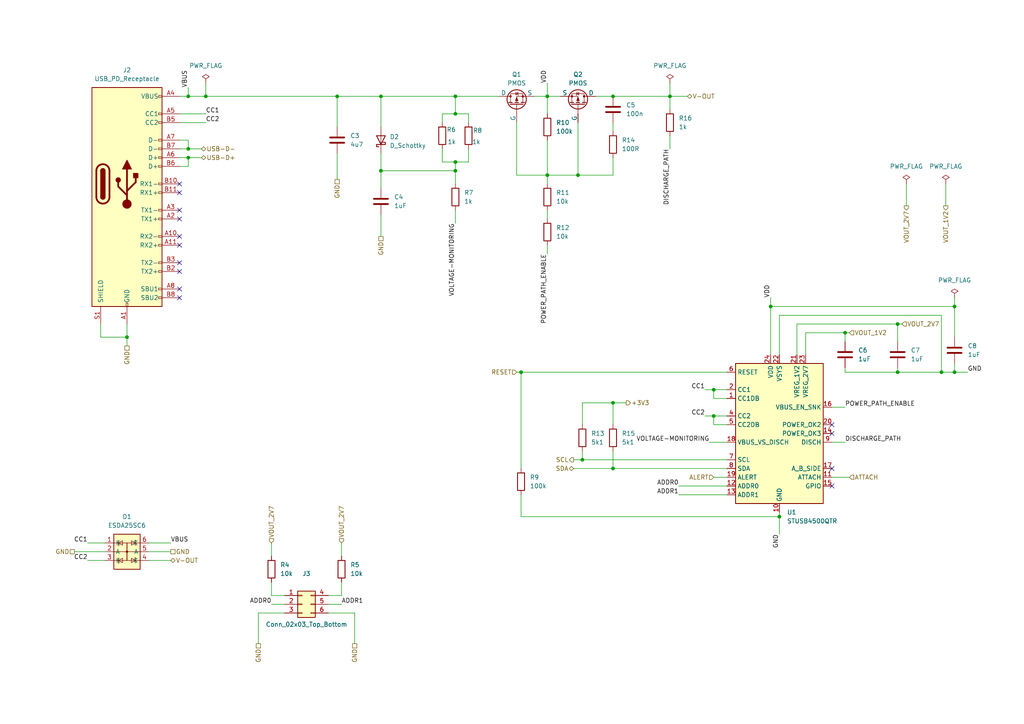
<source format=kicad_sch>
(kicad_sch (version 20231120) (generator "eeschema") (generator_version "8.0")
  (paper "A4")
  (lib_symbols
    (symbol "Connector:USB_C_Receptacle" (pin_names (offset 1.016))
      (property "Reference" "J" (at -10.16 29.21 0))
      (property "Value" "USB_C_Receptacle" (at 10.16 29.21 0))
      (symbol "USB_C_Receptacle_0_0"
        (rectangle (start -0.254 -35.56) (end 0.254 -34.544))
        (rectangle (start 10.16 -32.766) (end 9.144 -33.274))
        (rectangle (start 10.16 -30.226) (end 9.144 -30.734))
        (rectangle (start 10.16 -25.146) (end 9.144 -25.654))
        (rectangle (start 10.16 -22.606) (end 9.144 -23.114))
        (rectangle (start 10.16 -17.526) (end 9.144 -18.034))
        (rectangle (start 10.16 -14.986) (end 9.144 -15.494))
        (rectangle (start 10.16 -9.906) (end 9.144 -10.414))
        (rectangle (start 10.16 -7.366) (end 9.144 -7.874))
        (rectangle (start 10.16 -2.286) (end 9.144 -2.794))
        (rectangle (start 10.16 0.254) (end 9.144 -0.254))
        (rectangle (start 10.16 5.334) (end 9.144 4.826))
        (rectangle (start 10.16 7.874) (end 9.144 7.366))
        (rectangle (start 10.16 10.414) (end 9.144 9.906))
        (rectangle (start 10.16 12.954) (end 9.144 12.446))
        (rectangle (start 10.16 18.034) (end 9.144 17.526))
        (rectangle (start 10.16 20.574) (end 9.144 20.066))
        (rectangle (start 10.16 25.654) (end 9.144 25.146))
      )
      (symbol "USB_C_Receptacle_0_1"
        (rectangle (start -10.16 27.94) (end 10.16 -35.56) (stroke (width 0.254)) (fill (type background)))
        (arc (start -8.89 -3.81) (mid -6.985 -5.7067) (end -5.08 -3.81) (stroke (width 0.508)))
        (arc (start -7.62 -3.81) (mid -6.985 -4.4423) (end -6.35 -3.81) (stroke (width 0.254)))
        (arc (start -7.62 -3.81) (mid -6.985 -4.4423) (end -6.35 -3.81) (stroke (width 0.254)) (fill (type outline)))
        (rectangle (start -7.62 -3.81) (end -6.35 3.81) (stroke (width 0.254)) (fill (type outline)))
        (arc (start -6.35 3.81) (mid -6.985 4.4423) (end -7.62 3.81) (stroke (width 0.254)))
        (arc (start -6.35 3.81) (mid -6.985 4.4423) (end -7.62 3.81) (stroke (width 0.254)) (fill (type outline)))
        (arc (start -5.08 3.81) (mid -6.985 5.7067) (end -8.89 3.81) (stroke (width 0.508)))
        (polyline (pts (xy -8.89 -3.81) (xy -8.89 3.81)) (stroke (width 0.508)))
        (polyline (pts (xy -5.08 3.81) (xy -5.08 -3.81)) (stroke (width 0.508)))
      )
      (symbol "USB_C_Receptacle_1_1"
        (circle (center -2.54 1.143) (radius 0.635) (stroke (width 0.254)) (fill (type outline)))
        (circle (center 0 -5.842) (radius 1.27) (fill (type outline)))
        (polyline (pts (xy 0 -5.842) (xy 0 4.318)) (stroke (width 0.508)))
        (polyline (pts (xy 0 -3.302) (xy -2.54 -0.762) (xy -2.54 0.508)) (stroke (width 0.508)))
        (polyline (pts (xy 0 -2.032) (xy 2.54 0.508) (xy 2.54 1.778)) (stroke (width 0.508)))
        (polyline (pts (xy -1.27 4.318) (xy 0 6.858) (xy 1.27 4.318) (xy -1.27 4.318)) (stroke (width 0.254)) (fill (type outline)))
        (rectangle (start 1.905 1.778) (end 3.175 3.048) (stroke (width 0.254)) (fill (type outline)))
        (pin passive line (at 0 -40.64 90) (length 5.08) (name "GND") (number "A1"))
        (pin bidirectional line (at 15.24 -15.24 180) (length 5.08) (name "RX2-") (number "A10"))
        (pin bidirectional line (at 15.24 -17.78 180) (length 5.08) (name "RX2+") (number "A11"))
        (pin passive line (at 0 -40.64 90) (length 5.08) hide (name "GND") (number "A12"))
        (pin bidirectional line (at 15.24 -10.16 180) (length 5.08) (name "TX1+") (number "A2"))
        (pin bidirectional line (at 15.24 -7.62 180) (length 5.08) (name "TX1-") (number "A3"))
        (pin passive line (at 15.24 25.4 180) (length 5.08) (name "VBUS") (number "A4"))
        (pin bidirectional line (at 15.24 20.32 180) (length 5.08) (name "CC1") (number "A5"))
        (pin bidirectional line (at 15.24 7.62 180) (length 5.08) (name "D+") (number "A6"))
        (pin bidirectional line (at 15.24 12.7 180) (length 5.08) (name "D-") (number "A7"))
        (pin bidirectional line (at 15.24 -30.48 180) (length 5.08) (name "SBU1") (number "A8"))
        (pin passive line (at 15.24 25.4 180) (length 5.08) hide (name "VBUS") (number "A9"))
        (pin passive line (at 0 -40.64 90) (length 5.08) hide (name "GND") (number "B1"))
        (pin bidirectional line (at 15.24 0 180) (length 5.08) (name "RX1-") (number "B10"))
        (pin bidirectional line (at 15.24 -2.54 180) (length 5.08) (name "RX1+") (number "B11"))
        (pin passive line (at 0 -40.64 90) (length 5.08) hide (name "GND") (number "B12"))
        (pin bidirectional line (at 15.24 -25.4 180) (length 5.08) (name "TX2+") (number "B2"))
        (pin bidirectional line (at 15.24 -22.86 180) (length 5.08) (name "TX2-") (number "B3"))
        (pin passive line (at 15.24 25.4 180) (length 5.08) hide (name "VBUS") (number "B4"))
        (pin bidirectional line (at 15.24 17.78 180) (length 5.08) (name "CC2") (number "B5"))
        (pin bidirectional line (at 15.24 5.08 180) (length 5.08) (name "D+") (number "B6"))
        (pin bidirectional line (at 15.24 10.16 180) (length 5.08) (name "D-") (number "B7"))
        (pin bidirectional line (at 15.24 -33.02 180) (length 5.08) (name "SBU2") (number "B8"))
        (pin passive line (at 15.24 25.4 180) (length 5.08) hide (name "VBUS") (number "B9"))
        (pin passive line (at -7.62 -40.64 90) (length 5.08) (name "SHIELD") (number "S1"))
      )
    )
    (symbol "Connector_Generic:Conn_02x03_Top_Bottom" (pin_names (offset 1.016) hide)
      (property "Reference" "J" (at 1.27 5.08 0))
      (property "Value" "Conn_02x03_Top_Bottom" (at 1.27 -5.08 0))
      (symbol "Conn_02x03_Top_Bottom_1_1"
        (rectangle (start -1.27 -2.413) (end 0 -2.667) (stroke (width 0.1524)))
        (rectangle (start -1.27 0.127) (end 0 -0.127) (stroke (width 0.1524)))
        (rectangle (start -1.27 2.667) (end 0 2.413) (stroke (width 0.1524)))
        (rectangle (start -1.27 3.81) (end 3.81 -3.81) (stroke (width 0.254)) (fill (type background)))
        (rectangle (start 3.81 -2.413) (end 2.54 -2.667) (stroke (width 0.1524)))
        (rectangle (start 3.81 0.127) (end 2.54 -0.127) (stroke (width 0.1524)))
        (rectangle (start 3.81 2.667) (end 2.54 2.413) (stroke (width 0.1524)))
        (pin passive line (at -5.08 2.54 0) (length 3.81) (name "Pin_1") (number "1"))
        (pin passive line (at -5.08 0 0) (length 3.81) (name "Pin_2") (number "2"))
        (pin passive line (at -5.08 -2.54 0) (length 3.81) (name "Pin_3") (number "3"))
        (pin passive line (at 7.62 2.54 180) (length 3.81) (name "Pin_4") (number "4"))
        (pin passive line (at 7.62 0 180) (length 3.81) (name "Pin_5") (number "5"))
        (pin passive line (at 7.62 -2.54 180) (length 3.81) (name "Pin_6") (number "6"))
      )
    )
    (symbol "Device:C" (pin_numbers hide) (pin_names (offset 0.254))
      (property "Reference" "C" (at 0.635 2.54 0))
      (property "Value" "C" (at 0.635 -2.54 0))
      (symbol "C_0_1"
        (polyline (pts (xy -2.032 -0.762) (xy 2.032 -0.762)) (stroke (width 0.508)))
        (polyline (pts (xy -2.032 0.762) (xy 2.032 0.762)) (stroke (width 0.508)))
      )
      (symbol "C_1_1"
        (pin passive line (at 0 3.81 270) (length 2.794) (name "~") (number "1"))
        (pin passive line (at 0 -3.81 90) (length 2.794) (name "~") (number "2"))
      )
    )
    (symbol "Device:D_Schottky" (pin_numbers hide) (pin_names (offset 1.016) hide)
      (property "Reference" "D" (at 0 2.54 0))
      (property "Value" "D_Schottky" (at 0 -2.54 0))
      (symbol "D_Schottky_0_1"
        (polyline (pts (xy 1.27 0) (xy -1.27 0)))
        (polyline (pts (xy 1.27 1.27) (xy 1.27 -1.27) (xy -1.27 0) (xy 1.27 1.27)) (stroke (width 0.254)))
        (polyline (pts (xy -1.905 0.635) (xy -1.905 1.27) (xy -1.27 1.27) (xy -1.27 -1.27) (xy -0.635 -1.27) (xy -0.635 -0.635)) (stroke (width 0.254)))
      )
      (symbol "D_Schottky_1_1"
        (pin passive line (at -3.81 0 0) (length 2.54) (name "K") (number "1"))
        (pin passive line (at 3.81 0 180) (length 2.54) (name "A") (number "2"))
      )
    )
    (symbol "Device:R" (pin_numbers hide) (pin_names (offset 0))
      (property "Reference" "R" (at 2.032 0 90))
      (property "Value" "R" (at 0 0 90))
      (symbol "R_0_1"
        (rectangle (start -1.016 -2.54) (end 1.016 2.54) (stroke (width 0.254)))
      )
      (symbol "R_1_1"
        (pin passive line (at 0 3.81 270) (length 1.27) (name "~") (number "1"))
        (pin passive line (at 0 -3.81 90) (length 1.27) (name "~") (number "2"))
      )
    )
    (symbol "Interface_USB:STUSB4500QTR"
      (property "Reference" "U" (at -12.7 21.59 0))
      (property "Value" "STUSB4500QTR" (at 8.89 -21.59 0))
      (symbol "STUSB4500QTR_0_1"
        (rectangle (start -12.7 20.32) (end 12.7 -20.32) (stroke (width 0.254)) (fill (type background)))
      )
      (symbol "STUSB4500QTR_1_1"
        (pin bidirectional line (at -15.24 10.16 0) (length 2.54) (name "CC1DB") (number "1"))
        (pin power_in line (at 0 -22.86 90) (length 2.54) (name "GND") (number "10"))
        (pin open_collector line (at 15.24 -12.7 180) (length 2.54) (name "ATTACH") (number "11"))
        (pin input line (at -15.24 -15.24 0) (length 2.54) (name "ADDR0") (number "12"))
        (pin input line (at -15.24 -17.78 0) (length 2.54) (name "ADDR1") (number "13"))
        (pin open_collector line (at 15.24 0 180) (length 2.54) (name "POWER_OK3") (number "14"))
        (pin open_collector line (at 15.24 -15.24 180) (length 2.54) (name "GPIO") (number "15"))
        (pin open_collector line (at 15.24 7.62 180) (length 2.54) (name "VBUS_EN_SNK") (number "16"))
        (pin open_collector line (at 15.24 -10.16 180) (length 2.54) (name "A_B_SIDE") (number "17"))
        (pin input line (at -15.24 -2.54 0) (length 2.54) (name "VBUS_VS_DISCH") (number "18"))
        (pin open_collector line (at -15.24 -12.7 0) (length 2.54) (name "ALERT") (number "19"))
        (pin bidirectional line (at -15.24 12.7 0) (length 2.54) (name "CC1") (number "2"))
        (pin open_collector line (at 15.24 2.54 180) (length 2.54) (name "POWER_OK2") (number "20"))
        (pin power_out line (at 5.08 22.86 270) (length 2.54) (name "VREG_1V2") (number "21"))
        (pin power_in line (at 0 22.86 270) (length 2.54) (name "VSYS") (number "22"))
        (pin power_out line (at 7.62 22.86 270) (length 2.54) (name "VREG_2V7") (number "23"))
        (pin power_in line (at -2.54 22.86 270) (length 2.54) (name "VDD") (number "24"))
        (pin passive line (at 0 -22.86 90) (length 2.54) hide (name "GND") (number "25"))
        (pin no_connect line (at -12.7 15.24 0) (length 2.54) hide (name "NC") (number "3"))
        (pin bidirectional line (at -15.24 5.08 0) (length 2.54) (name "CC2") (number "4"))
        (pin bidirectional line (at -15.24 2.54 0) (length 2.54) (name "CC2DB") (number "5"))
        (pin input line (at -15.24 17.78 0) (length 2.54) (name "RESET") (number "6"))
        (pin input line (at -15.24 -7.62 0) (length 2.54) (name "SCL") (number "7"))
        (pin bidirectional line (at -15.24 -10.16 0) (length 2.54) (name "SDA") (number "8"))
        (pin bidirectional line (at 15.24 -2.54 180) (length 2.54) (name "DISCH") (number "9"))
      )
    )
    (symbol "Prj_esd:ESDA25SC6"
      (property "Reference" "D" (at 5.842 1.016 0))
      (property "Value" "ESDA25SC6" (at 9.652 -9.652 0))
      (symbol "ESDA25SC6_0_1"
        (rectangle (start -3.81 0) (end 3.81 -10.16) (stroke (width 0.254)) (fill (type background)))
        (circle (center 0 -5.08) (radius 0.254) (fill (type outline)))
        (polyline (pts (xy -3.81 -7.62) (xy -2.54 -7.62)))
        (polyline (pts (xy -3.81 -5.08) (xy 0 -5.08)))
        (polyline (pts (xy -3.81 -2.54) (xy -2.54 -2.54)))
        (polyline (pts (xy 3.81 -7.62) (xy 2.54 -7.62)))
        (polyline (pts (xy 3.81 -5.08) (xy 0 -5.08)))
        (polyline (pts (xy 3.81 -2.54) (xy 2.54 -2.54)))
        (polyline (pts (xy -2.54 -7.62) (xy -1.27 -6.985) (xy -1.27 -8.255) (xy -2.54 -7.62)))
        (polyline (pts (xy -2.54 -7.62) (xy 0 -7.62) (xy 0 -2.54) (xy -2.54 -2.54)))
        (polyline (pts (xy -2.54 -2.54) (xy -1.27 -3.175) (xy -1.27 -1.905) (xy -2.54 -2.54)))
        (polyline (pts (xy -2.286 -8.382) (xy -2.54 -8.382) (xy -2.54 -6.985) (xy -2.54 -6.858)))
        (polyline (pts (xy -2.286 -3.302) (xy -2.54 -3.302) (xy -2.54 -1.905) (xy -2.54 -1.778)))
        (polyline (pts (xy 2.286 -6.858) (xy 2.54 -6.858) (xy 2.54 -8.255) (xy 2.54 -8.382)))
        (polyline (pts (xy 2.286 -1.778) (xy 2.54 -1.778) (xy 2.54 -3.175) (xy 2.54 -3.302)))
        (polyline (pts (xy 2.54 -7.62) (xy 1.27 -6.985) (xy 1.27 -8.255) (xy 2.54 -7.62)))
        (polyline (pts (xy 2.54 -2.54) (xy 0 -2.54) (xy 0 -7.62) (xy 2.54 -7.62)))
        (polyline (pts (xy 2.54 -2.54) (xy 1.27 -3.175) (xy 1.27 -1.905) (xy 2.54 -2.54)))
      )
      (symbol "ESDA25SC6_1_0"
        (pin passive line (at -6.35 -5.08 0) (length 2.54) (name "A") (number "2"))
        (pin passive line (at 6.35 -5.08 180) (length 2.54) (name "A") (number "5"))
      )
      (symbol "ESDA25SC6_1_1"
        (pin passive line (at -6.35 -2.54 0) (length 2.54) (name "K") (number "1"))
        (pin passive line (at -6.35 -7.62 0) (length 2.54) (name "K") (number "3"))
        (pin passive line (at 6.35 -7.62 180) (length 2.54) (name "K") (number "4"))
        (pin passive line (at 6.35 -2.54 180) (length 2.54) (name "K") (number "6"))
      )
    )
    (symbol "Simulation_SPICE:PMOS" (pin_numbers hide) (pin_names (offset 0))
      (property "Reference" "Q" (at 5.08 1.27 0))
      (property "Value" "PMOS" (at 5.08 -1.27 0))
      (symbol "PMOS_0_1"
        (polyline (pts (xy 0.254 0) (xy -2.54 0)))
        (polyline (pts (xy 0.254 1.905) (xy 0.254 -1.905)) (stroke (width 0.254)))
        (polyline (pts (xy 0.762 -1.27) (xy 0.762 -2.286)) (stroke (width 0.254)))
        (polyline (pts (xy 0.762 0.508) (xy 0.762 -0.508)) (stroke (width 0.254)))
        (polyline (pts (xy 0.762 2.286) (xy 0.762 1.27)) (stroke (width 0.254)))
        (polyline (pts (xy 2.54 2.54) (xy 2.54 1.778)))
        (polyline (pts (xy 2.54 -2.54) (xy 2.54 0) (xy 0.762 0)))
        (polyline (pts (xy 0.762 1.778) (xy 3.302 1.778) (xy 3.302 -1.778) (xy 0.762 -1.778)))
        (polyline (pts (xy 2.286 0) (xy 1.27 0.381) (xy 1.27 -0.381) (xy 2.286 0)) (fill (type outline)))
        (polyline (pts (xy 2.794 -0.508) (xy 2.921 -0.381) (xy 3.683 -0.381) (xy 3.81 -0.254)))
        (polyline (pts (xy 3.302 -0.381) (xy 2.921 0.254) (xy 3.683 0.254) (xy 3.302 -0.381)))
        (circle (center 1.651 0) (radius 2.794) (stroke (width 0.254)))
        (circle (center 2.54 -1.778) (radius 0.254) (fill (type outline)))
        (circle (center 2.54 1.778) (radius 0.254) (fill (type outline)))
      )
      (symbol "PMOS_1_1"
        (pin passive line (at 2.54 5.08 270) (length 2.54) (name "D") (number "1"))
        (pin input line (at -5.08 0 0) (length 2.54) (name "G") (number "2"))
        (pin passive line (at 2.54 -5.08 90) (length 2.54) (name "S") (number "3"))
      )
    )
    (symbol "power:PWR_FLAG" (power) (pin_numbers hide) (pin_names (offset 0) hide)
      (property "Value" "PWR_FLAG" (at 0 3.81 0))
      (symbol "PWR_FLAG_0_0"
        (pin power_out line (at 0 0 90) (length 0) (name "~") (number "1"))
      )
      (symbol "PWR_FLAG_0_1"
        (polyline (pts (xy 0 0) (xy 0 1.27) (xy -1.016 1.905) (xy 0 2.54) (xy 1.016 1.905) (xy 0 1.27)))
      )
    )
  )
  (junction (at 207.01 113.03))
  (junction (at 110.49 49.53))
  (junction (at 158.75 50.8))
  (junction (at 110.49 27.94))
  (junction (at 276.86 107.95))
  (junction (at 207.01 120.65))
  (junction (at 226.06 149.86))
  (junction (at 260.35 107.95))
  (junction (at 168.91 133.35))
  (junction (at 132.08 46.99))
  (junction (at 177.8 27.94))
  (junction (at 132.08 49.53))
  (junction (at 177.8 116.84))
  (junction (at 260.35 93.98))
  (junction (at 223.52 88.9))
  (junction (at 158.75 27.94))
  (junction (at 54.61 43.18))
  (junction (at 36.83 97.79))
  (junction (at 59.69 27.94))
  (junction (at 273.05 107.95))
  (junction (at 132.08 33.02))
  (junction (at 151.13 107.95))
  (junction (at 276.86 88.9))
  (junction (at 132.08 27.94))
  (junction (at 54.61 27.94))
  (junction (at 194.31 27.94))
  (junction (at 167.64 50.8))
  (junction (at 97.79 27.94))
  (junction (at 54.61 45.72))
  (junction (at 177.8 135.89))
  (junction (at 245.11 96.52))
  (no_connect (at 52.07 55.88))
  (no_connect (at 241.3 135.89))
  (no_connect (at 52.07 83.82))
  (no_connect (at 52.07 86.36))
  (no_connect (at 241.3 125.73))
  (no_connect (at 52.07 78.74))
  (no_connect (at 241.3 140.97))
  (no_connect (at 52.07 71.12))
  (no_connect (at 52.07 60.96))
  (no_connect (at 241.3 123.19))
  (no_connect (at 52.07 63.5))
  (no_connect (at 52.07 53.34))
  (no_connect (at 52.07 76.2))
  (no_connect (at 52.07 68.58))
  (wire (pts (xy 194.31 24.13) (xy 194.31 27.94)))
  (wire (pts (xy 132.08 27.94) (xy 144.78 27.94)))
  (wire (pts (xy 102.87 186.69) (xy 102.87 177.8)))
  (wire (pts (xy 158.75 73.66) (xy 158.75 71.12)))
  (wire (pts (xy 110.49 44.45) (xy 110.49 49.53)))
  (wire (pts (xy 210.82 123.19) (xy 207.01 123.19)))
  (wire (pts (xy 223.52 88.9) (xy 223.52 102.87)))
  (wire (pts (xy 276.86 107.95) (xy 276.86 105.41)))
  (wire (pts (xy 36.83 100.33) (xy 36.83 97.79)))
  (wire (pts (xy 276.86 88.9) (xy 276.86 97.79)))
  (wire (pts (xy 59.69 24.13) (xy 59.69 27.94)))
  (wire (pts (xy 166.37 133.35) (xy 168.91 133.35)))
  (wire (pts (xy 43.18 162.56) (xy 49.53 162.56)))
  (wire (pts (xy 29.21 93.98) (xy 29.21 97.79)))
  (wire (pts (xy 128.27 46.99) (xy 132.08 46.99)))
  (wire (pts (xy 78.74 157.48) (xy 78.74 161.29)))
  (wire (pts (xy 233.68 102.87) (xy 233.68 96.52)))
  (wire (pts (xy 158.75 63.5) (xy 158.75 60.96)))
  (wire (pts (xy 78.74 175.26) (xy 82.55 175.26)))
  (wire (pts (xy 241.3 138.43) (xy 246.38 138.43)))
  (wire (pts (xy 177.8 27.94) (xy 194.31 27.94)))
  (wire (pts (xy 167.64 50.8) (xy 177.8 50.8)))
  (wire (pts (xy 158.75 27.94) (xy 162.56 27.94)))
  (wire (pts (xy 110.49 68.58) (xy 110.49 62.23)))
  (wire (pts (xy 177.8 35.56) (xy 177.8 38.1)))
  (wire (pts (xy 52.07 27.94) (xy 54.61 27.94)))
  (wire (pts (xy 260.35 93.98) (xy 261.62 93.98)))
  (wire (pts (xy 177.8 50.8) (xy 177.8 45.72)))
  (wire (pts (xy 151.13 149.86) (xy 226.06 149.86)))
  (wire (pts (xy 168.91 130.81) (xy 168.91 133.35)))
  (wire (pts (xy 233.68 96.52) (xy 245.11 96.52)))
  (wire (pts (xy 226.06 91.44) (xy 273.05 91.44)))
  (wire (pts (xy 223.52 88.9) (xy 276.86 88.9)))
  (wire (pts (xy 177.8 130.81) (xy 177.8 135.89)))
  (wire (pts (xy 135.89 43.18) (xy 135.89 46.99)))
  (wire (pts (xy 110.49 27.94) (xy 132.08 27.94)))
  (wire (pts (xy 207.01 120.65) (xy 210.82 120.65)))
  (wire (pts (xy 177.8 116.84) (xy 168.91 116.84)))
  (wire (pts (xy 245.11 96.52) (xy 245.11 99.06)))
  (wire (pts (xy 273.05 91.44) (xy 273.05 107.95)))
  (wire (pts (xy 30.48 160.02) (xy 21.59 160.02)))
  (wire (pts (xy 99.06 157.48) (xy 99.06 161.29)))
  (wire (pts (xy 151.13 107.95) (xy 210.82 107.95)))
  (wire (pts (xy 102.87 177.8) (xy 95.25 177.8)))
  (wire (pts (xy 245.11 106.68) (xy 245.11 107.95)))
  (wire (pts (xy 168.91 133.35) (xy 210.82 133.35)))
  (wire (pts (xy 29.21 97.79) (xy 36.83 97.79)))
  (wire (pts (xy 205.74 128.27) (xy 210.82 128.27)))
  (wire (pts (xy 280.67 107.95) (xy 276.86 107.95)))
  (wire (pts (xy 43.18 160.02) (xy 49.53 160.02)))
  (wire (pts (xy 149.86 50.8) (xy 158.75 50.8)))
  (wire (pts (xy 54.61 27.94) (xy 59.69 27.94)))
  (wire (pts (xy 226.06 149.86) (xy 226.06 154.94)))
  (wire (pts (xy 276.86 107.95) (xy 273.05 107.95)))
  (wire (pts (xy 135.89 33.02) (xy 132.08 33.02)))
  (wire (pts (xy 231.14 93.98) (xy 260.35 93.98)))
  (wire (pts (xy 151.13 135.89) (xy 151.13 107.95)))
  (wire (pts (xy 58.42 45.72) (xy 54.61 45.72)))
  (wire (pts (xy 54.61 45.72) (xy 52.07 45.72)))
  (wire (pts (xy 177.8 116.84) (xy 177.8 123.19)))
  (wire (pts (xy 207.01 123.19) (xy 207.01 120.65)))
  (wire (pts (xy 177.8 135.89) (xy 210.82 135.89)))
  (wire (pts (xy 154.94 27.94) (xy 158.75 27.94)))
  (wire (pts (xy 99.06 175.26) (xy 95.25 175.26)))
  (wire (pts (xy 194.31 27.94) (xy 199.39 27.94)))
  (wire (pts (xy 132.08 46.99) (xy 135.89 46.99)))
  (wire (pts (xy 74.93 177.8) (xy 74.93 186.69)))
  (wire (pts (xy 210.82 143.51) (xy 196.85 143.51)))
  (wire (pts (xy 132.08 46.99) (xy 132.08 49.53)))
  (wire (pts (xy 194.31 31.75) (xy 194.31 27.94)))
  (wire (pts (xy 95.25 172.72) (xy 99.06 172.72)))
  (wire (pts (xy 128.27 43.18) (xy 128.27 46.99)))
  (wire (pts (xy 260.35 107.95) (xy 273.05 107.95)))
  (wire (pts (xy 151.13 143.51) (xy 151.13 149.86)))
  (wire (pts (xy 25.4 162.56) (xy 30.48 162.56)))
  (wire (pts (xy 97.79 27.94) (xy 110.49 27.94)))
  (wire (pts (xy 181.61 116.84) (xy 177.8 116.84)))
  (wire (pts (xy 128.27 33.02) (xy 132.08 33.02)))
  (wire (pts (xy 82.55 177.8) (xy 74.93 177.8)))
  (wire (pts (xy 149.86 107.95) (xy 151.13 107.95)))
  (wire (pts (xy 132.08 27.94) (xy 132.08 33.02)))
  (wire (pts (xy 168.91 116.84) (xy 168.91 123.19)))
  (wire (pts (xy 158.75 50.8) (xy 158.75 53.34)))
  (wire (pts (xy 110.49 27.94) (xy 110.49 36.83)))
  (wire (pts (xy 52.07 35.56) (xy 59.69 35.56)))
  (wire (pts (xy 207.01 138.43) (xy 210.82 138.43)))
  (wire (pts (xy 36.83 97.79) (xy 36.83 93.98)))
  (wire (pts (xy 226.06 102.87) (xy 226.06 91.44)))
  (wire (pts (xy 241.3 128.27) (xy 245.11 128.27)))
  (wire (pts (xy 262.89 53.34) (xy 262.89 59.69)))
  (wire (pts (xy 97.79 44.45) (xy 97.79 52.07)))
  (wire (pts (xy 128.27 35.56) (xy 128.27 33.02)))
  (wire (pts (xy 245.11 107.95) (xy 260.35 107.95)))
  (wire (pts (xy 59.69 27.94) (xy 97.79 27.94)))
  (wire (pts (xy 167.64 50.8) (xy 167.64 35.56)))
  (wire (pts (xy 207.01 113.03) (xy 210.82 113.03)))
  (wire (pts (xy 210.82 115.57) (xy 207.01 115.57)))
  (wire (pts (xy 52.07 48.26) (xy 54.61 48.26)))
  (wire (pts (xy 231.14 93.98) (xy 231.14 102.87)))
  (wire (pts (xy 223.52 86.36) (xy 223.52 88.9)))
  (wire (pts (xy 132.08 60.96) (xy 132.08 64.77)))
  (wire (pts (xy 274.32 53.34) (xy 274.32 59.69)))
  (wire (pts (xy 158.75 50.8) (xy 167.64 50.8)))
  (wire (pts (xy 158.75 27.94) (xy 158.75 33.02)))
  (wire (pts (xy 58.42 43.18) (xy 54.61 43.18)))
  (wire (pts (xy 276.86 86.36) (xy 276.86 88.9)))
  (wire (pts (xy 54.61 43.18) (xy 52.07 43.18)))
  (wire (pts (xy 82.55 172.72) (xy 78.74 172.72)))
  (wire (pts (xy 110.49 49.53) (xy 132.08 49.53)))
  (wire (pts (xy 25.4 157.48) (xy 30.48 157.48)))
  (wire (pts (xy 97.79 27.94) (xy 97.79 36.83)))
  (wire (pts (xy 49.53 157.48) (xy 43.18 157.48)))
  (wire (pts (xy 54.61 48.26) (xy 54.61 45.72)))
  (wire (pts (xy 226.06 148.59) (xy 226.06 149.86)))
  (wire (pts (xy 78.74 172.72) (xy 78.74 168.91)))
  (wire (pts (xy 204.47 120.65) (xy 207.01 120.65)))
  (wire (pts (xy 204.47 113.03) (xy 207.01 113.03)))
  (wire (pts (xy 245.11 118.11) (xy 241.3 118.11)))
  (wire (pts (xy 207.01 115.57) (xy 207.01 113.03)))
  (wire (pts (xy 99.06 172.72) (xy 99.06 168.91)))
  (wire (pts (xy 166.37 135.89) (xy 177.8 135.89)))
  (wire (pts (xy 260.35 106.68) (xy 260.35 107.95)))
  (wire (pts (xy 149.86 35.56) (xy 149.86 50.8)))
  (wire (pts (xy 52.07 33.02) (xy 59.69 33.02)))
  (wire (pts (xy 245.11 96.52) (xy 246.38 96.52)))
  (wire (pts (xy 52.07 40.64) (xy 54.61 40.64)))
  (wire (pts (xy 135.89 35.56) (xy 135.89 33.02)))
  (wire (pts (xy 196.85 140.97) (xy 210.82 140.97)))
  (wire (pts (xy 110.49 54.61) (xy 110.49 49.53)))
  (wire (pts (xy 194.31 43.18) (xy 194.31 39.37)))
  (wire (pts (xy 54.61 27.94) (xy 54.61 25.4)))
  (wire (pts (xy 172.72 27.94) (xy 177.8 27.94)))
  (wire (pts (xy 132.08 49.53) (xy 132.08 53.34)))
  (wire (pts (xy 158.75 40.64) (xy 158.75 50.8)))
  (wire (pts (xy 54.61 40.64) (xy 54.61 43.18)))
  (wire (pts (xy 260.35 99.06) (xy 260.35 93.98)))
  (wire (pts (xy 158.75 24.13) (xy 158.75 27.94)))
  (label "CC2" (at 59.69 35.56 0))
  (label "CC1" (at 204.47 113.03 180))
  (label "VOLTAGE-MONITORING" (at 205.74 128.27 180))
  (label "ADDR0" (at 78.74 175.26 180))
  (label "DISCHARGE_PATH" (at 245.11 128.27 0))
  (label "ADDR1" (at 196.85 143.51 180))
  (label "CC2" (at 204.47 120.65 180))
  (label "CC1" (at 25.4 157.48 180))
  (label "CC1" (at 59.69 33.02 0))
  (label "CC2" (at 25.4 162.56 180))
  (label "VDD" (at 223.52 86.36 90))
  (label "VBUS" (at 49.53 157.48 0))
  (label "VDD" (at 158.75 24.13 90))
  (label "GND" (at 280.67 107.95 0))
  (label "VBUS" (at 54.61 25.4 90))
  (label "POWER_PATH_ENABLE" (at 245.11 118.11 0))
  (label "ADDR1" (at 99.06 175.26 0))
  (label "DISCHARGE_PATH" (at 194.31 43.18 270))
  (label "VOLTAGE-MONITORING" (at 132.08 64.77 270))
  (label "POWER_PATH_ENABLE" (at 158.75 73.66 270))
  (label "ADDR0" (at 196.85 140.97 180))
  (label "GND" (at 226.06 154.94 270))
  (hierarchical_label "V-OUT" (shape bidirectional) (at 49.53 162.56 0))
  (hierarchical_label "RESET" (shape input) (at 149.86 107.95 180))
  (hierarchical_label "GND" (shape passive) (at 21.59 160.02 180))
  (hierarchical_label "VOUT_2V7" (shape output) (at 262.89 59.69 270))
  (hierarchical_label "GND" (shape passive) (at 49.53 160.02 0))
  (hierarchical_label "USB-D+" (shape bidirectional) (at 58.42 45.72 0))
  (hierarchical_label "GND" (shape passive) (at 110.49 68.58 270))
  (hierarchical_label "VOUT_2V7" (shape input) (at 78.74 157.48 90))
  (hierarchical_label "GND" (shape passive) (at 74.93 186.69 270))
  (hierarchical_label "V-OUT" (shape bidirectional) (at 199.39 27.94 0))
  (hierarchical_label "VOUT_2V7" (shape input) (at 261.62 93.98 0))
  (hierarchical_label "GND" (shape passive) (at 97.79 52.07 270))
  (hierarchical_label "SCL" (shape output) (at 166.37 133.35 180))
  (hierarchical_label "ATTACH" (shape input) (at 246.38 138.43 0))
  (hierarchical_label "VOUT_1V2" (shape output) (at 274.32 59.69 270))
  (hierarchical_label "+3V3" (shape output) (at 181.61 116.84 0))
  (hierarchical_label "GND" (shape passive) (at 102.87 186.69 270))
  (hierarchical_label "GND" (shape passive) (at 36.83 100.33 270))
  (hierarchical_label "ALERT" (shape input) (at 207.01 138.43 180))
  (hierarchical_label "VOUT_2V7" (shape input) (at 99.06 157.48 90))
  (hierarchical_label "USB-D-" (shape bidirectional) (at 58.42 43.18 0))
  (hierarchical_label "VOUT_1V2" (shape input) (at 246.38 96.52 0))
  (hierarchical_label "SDA" (shape bidirectional) (at 166.37 135.89 180))
  (symbol (lib_id "Simulation_SPICE:PMOS") (at 167.64 30.48 270) (mirror x) (unit 1)
    (property "Reference" "Q2" (at 167.64 21.59 90))
    (property "Value" "PMOS" (at 167.64 24.13 90))
    (property "Datasheet" "https://ngspice.sourceforge.io/docs/ngspice-html-manual/manual.xhtml#cha_MOSFETs" (effects (hide yes)))
    (property "Description" "P-MOSFET transistor, drain/source/gate" (effects (hide yes)))
    (property "Sim.Device" "PMOS" (effects (hide yes)))
    (property "Sim.Type" "VDMOS" (effects (hide yes)))
    (property "Sim.Pins" "1=D 2=G 3=S" (effects (hide yes)))
  )
  (symbol (lib_id "Device:R") (at 194.31 35.56 0) (unit 1)
    (property "Reference" "R16" (at 196.85 34.2899 0) (effects (justify left)))
    (property "Value" "1k" (at 196.85 36.8299 0) (effects (justify left)))
    (property "Description" "Resistor" (effects (hide yes)))
  )
  (symbol (lib_id "Device:R") (at 99.06 165.1 0) (unit 1)
    (property "Reference" "R5" (at 101.6 163.8299 0) (effects (justify left)))
    (property "Value" "10k" (at 101.6 166.3699 0) (effects (justify left)))
    (property "Description" "Resistor" (effects (hide yes)))
  )
  (symbol (lib_id "Device:R") (at 158.75 57.15 0) (unit 1)
    (property "Reference" "R11" (at 161.29 55.8799 0) (effects (justify left)))
    (property "Value" "10k" (at 161.29 58.4199 0) (effects (justify left)))
    (property "Description" "Resistor" (effects (hide yes)))
  )
  (symbol (lib_id "Device:R") (at 132.08 57.15 0) (unit 1)
    (property "Reference" "R7" (at 134.62 55.8799 0) (effects (justify left)))
    (property "Value" "1k" (at 134.62 58.4199 0) (effects (justify left)))
    (property "Description" "Resistor" (effects (hide yes)))
  )
  (symbol (lib_id "power:PWR_FLAG") (at 59.69 24.13 0) (unit 1)
    (property "Reference" "#FLG01" (effects (hide yes)))
    (property "Value" "PWR_FLAG" (at 59.69 19.05 0))
    (property "Description" "Special symbol for telling ERC where power comes from" (effects (hide yes)))
  )
  (symbol (lib_id "Device:R") (at 158.75 36.83 0) (unit 1)
    (property "Reference" "R10" (at 161.29 35.5599 0) (effects (justify left)))
    (property "Value" "100k" (at 161.29 38.0999 0) (effects (justify left)))
    (property "Description" "Resistor" (effects (hide yes)))
  )
  (symbol (lib_id "Connector_Generic:Conn_02x03_Top_Bottom") (at 87.63 175.26 0) (unit 1)
    (property "Reference" "J3" (at 88.9 166.37 0))
    (property "Value" "Conn_02x03_Top_Bottom" (at 88.9 181.102 0))
    (property "Description" "Generic connector, double row, 02x03, top/bottom pin numbering scheme (row 1: 1...pins_per_row, row2: pins_per_row+1 ... num_pins), script generated (kicad-library-utils/schlib/autogen/connector/)" (effects (hide yes)))
  )
  (symbol (lib_id "Simulation_SPICE:PMOS") (at 149.86 30.48 90) (unit 1)
    (property "Reference" "Q1" (at 149.86 21.59 90))
    (property "Value" "PMOS" (at 149.86 24.13 90))
    (property "Datasheet" "https://ngspice.sourceforge.io/docs/ngspice-html-manual/manual.xhtml#cha_MOSFETs" (effects (hide yes)))
    (property "Description" "P-MOSFET transistor, drain/source/gate" (effects (hide yes)))
    (property "Sim.Device" "PMOS" (effects (hide yes)))
    (property "Sim.Type" "VDMOS" (effects (hide yes)))
    (property "Sim.Pins" "1=D 2=G 3=S" (effects (hide yes)))
  )
  (symbol (lib_id "Prj_esd:ESDA25SC6") (at 36.83 154.94 0) (unit 1)
    (property "Reference" "D1" (at 36.83 149.86 0))
    (property "Value" "ESDA25SC6" (at 36.83 152.4 0))
    (property "Footprint" "Package_TO_SOT_SMD:SOT-23-6" (effects (hide yes)))
  )
  (symbol (lib_id "Device:C") (at 260.35 102.87 0) (unit 1)
    (property "Reference" "C7" (at 264.16 101.5999 0) (effects (justify left)))
    (property "Value" "1uF" (at 264.16 104.1399 0) (effects (justify left)))
    (property "Description" "Unpolarized capacitor" (effects (hide yes)))
  )
  (symbol (lib_id "Device:D_Schottky") (at 110.49 40.64 90) (unit 1)
    (property "Reference" "D2" (at 113.03 39.6874 90) (effects (justify right)))
    (property "Value" "D_Schottky" (at 113.03 42.2274 90) (effects (justify right)))
    (property "Description" "Schottky diode" (effects (hide yes)))
  )
  (symbol (lib_id "power:PWR_FLAG") (at 194.31 24.13 0) (unit 1)
    (property "Reference" "#FLG02" (effects (hide yes)))
    (property "Value" "PWR_FLAG" (at 194.31 19.05 0))
    (property "Description" "Special symbol for telling ERC where power comes from" (effects (hide yes)))
  )
  (symbol (lib_id "Device:C") (at 177.8 31.75 0) (unit 1)
    (property "Reference" "C5" (at 181.61 30.4799 0) (effects (justify left)))
    (property "Value" "100n" (at 181.61 33.0199 0) (effects (justify left)))
    (property "Description" "Unpolarized capacitor" (effects (hide yes)))
  )
  (symbol (lib_id "Device:C") (at 97.79 40.64 0) (unit 1)
    (property "Reference" "C3" (at 101.6 39.3699 0) (effects (justify left)))
    (property "Value" "4u7" (at 101.6 41.9099 0) (effects (justify left)))
    (property "Description" "Unpolarized capacitor" (effects (hide yes)))
  )
  (symbol (lib_id "Interface_USB:STUSB4500QTR") (at 226.06 125.73 0) (unit 1)
    (property "Reference" "U1" (at 228.2541 148.59 0) (effects (justify left)))
    (property "Value" "STUSB4500QTR" (at 228.2541 151.13 0) (effects (justify left)))
    (property "Footprint" "Package_DFN_QFN:QFN-24-1EP_4x4mm_P0.5mm_EP2.7x2.7mm" (effects (hide yes)))
    (property "Datasheet" "https://www.st.com/resource/en/datasheet/stusb4500.pdf" (effects (hide yes)))
    (property "Description" "Stand-alone USB PD controller (with sink Auto-run mode), QFN-24" (effects (hide yes)))
  )
  (symbol (lib_id "Device:R") (at 128.27 39.37 0) (unit 1)
    (property "Reference" "R6" (at 129.54 37.592 0) (effects (justify left)))
    (property "Value" "1k" (at 129.794 41.148 0) (effects (justify left)))
    (property "Description" "Resistor" (effects (hide yes)))
  )
  (symbol (lib_id "Connector:USB_C_Receptacle") (at 36.83 53.34 0) (unit 1)
    (property "Reference" "J2" (at 36.83 20.32 0))
    (property "Value" "USB_PD_Receptacle" (at 36.83 22.86 0))
    (property "Datasheet" "https://www.usb.org/sites/default/files/documents/usb_type-c.zip" (effects (hide yes)))
    (property "Description" "USB Full-Featured Type-C Receptacle connector" (effects (hide yes)))
  )
  (symbol (lib_id "Device:R") (at 135.89 39.37 0) (unit 1)
    (property "Reference" "R8" (at 137.16 37.846 0) (effects (justify left)))
    (property "Value" "1k" (at 136.906 41.148 0) (effects (justify left)))
    (property "Description" "Resistor" (effects (hide yes)))
  )
  (symbol (lib_id "Device:C") (at 110.49 58.42 0) (unit 1)
    (property "Reference" "C4" (at 114.3 57.1499 0) (effects (justify left)))
    (property "Value" "1uF" (at 114.3 59.6899 0) (effects (justify left)))
    (property "Description" "Unpolarized capacitor" (effects (hide yes)))
  )
  (symbol (lib_id "power:PWR_FLAG") (at 262.89 53.34 0) (unit 1)
    (property "Reference" "#FLG03" (effects (hide yes)))
    (property "Value" "PWR_FLAG" (at 262.89 48.26 0))
    (property "Description" "Special symbol for telling ERC where power comes from" (effects (hide yes)))
  )
  (symbol (lib_id "Device:R") (at 177.8 41.91 0) (unit 1)
    (property "Reference" "R14" (at 180.34 40.6399 0) (effects (justify left)))
    (property "Value" "100R" (at 180.34 43.1799 0) (effects (justify left)))
    (property "Description" "Resistor" (effects (hide yes)))
  )
  (symbol (lib_id "Device:R") (at 177.8 127 0) (unit 1)
    (property "Reference" "R15" (at 180.34 125.7299 0) (effects (justify left)))
    (property "Value" "5k1" (at 180.34 128.2699 0) (effects (justify left)))
    (property "Description" "Resistor" (effects (hide yes)))
  )
  (symbol (lib_id "Device:R") (at 158.75 67.31 0) (unit 1)
    (property "Reference" "R12" (at 161.29 66.0399 0) (effects (justify left)))
    (property "Value" "10k" (at 161.29 68.5799 0) (effects (justify left)))
    (property "Description" "Resistor" (effects (hide yes)))
  )
  (symbol (lib_id "Device:R") (at 151.13 139.7 0) (unit 1)
    (property "Reference" "R9" (at 153.67 138.4299 0) (effects (justify left)))
    (property "Value" "100k" (at 153.67 140.9699 0) (effects (justify left)))
    (property "Description" "Resistor" (effects (hide yes)))
  )
  (symbol (lib_id "Device:R") (at 168.91 127 0) (unit 1)
    (property "Reference" "R13" (at 171.45 125.7299 0) (effects (justify left)))
    (property "Value" "5k1" (at 171.45 128.2699 0) (effects (justify left)))
    (property "Description" "Resistor" (effects (hide yes)))
  )
  (symbol (lib_id "Device:R") (at 78.74 165.1 0) (unit 1)
    (property "Reference" "R4" (at 81.28 163.8299 0) (effects (justify left)))
    (property "Value" "10k" (at 81.28 166.3699 0) (effects (justify left)))
    (property "Description" "Resistor" (effects (hide yes)))
  )
  (symbol (lib_id "power:PWR_FLAG") (at 274.32 53.34 0) (unit 1)
    (property "Reference" "#FLG04" (effects (hide yes)))
    (property "Value" "PWR_FLAG" (at 274.32 48.26 0))
    (property "Description" "Special symbol for telling ERC where power comes from" (effects (hide yes)))
  )
  (symbol (lib_id "Device:C") (at 276.86 101.6 0) (unit 1)
    (property "Reference" "C8" (at 280.67 100.3299 0) (effects (justify left)))
    (property "Value" "1uF" (at 280.67 102.8699 0) (effects (justify left)))
    (property "Description" "Unpolarized capacitor" (effects (hide yes)))
  )
  (symbol (lib_id "power:PWR_FLAG") (at 276.86 86.36 0) (unit 1)
    (property "Reference" "#FLG05" (effects (hide yes)))
    (property "Value" "PWR_FLAG" (at 276.86 81.28 0))
    (property "Description" "Special symbol for telling ERC where power comes from" (effects (hide yes)))
  )
  (symbol (lib_id "Device:C") (at 245.11 102.87 0) (unit 1)
    (property "Reference" "C6" (at 248.92 101.5999 0) (effects (justify left)))
    (property "Value" "1uF" (at 248.92 104.1399 0) (effects (justify left)))
    (property "Description" "Unpolarized capacitor" (effects (hide yes)))
  )
)
</source>
